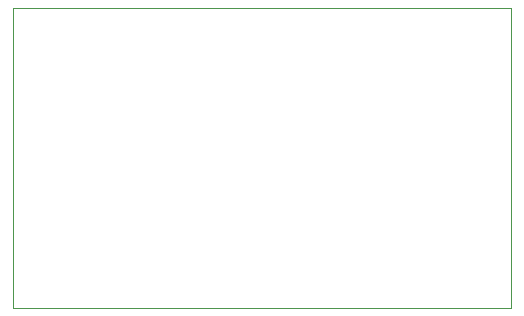
<source format=gbr>
%TF.GenerationSoftware,KiCad,Pcbnew,6.0.11+dfsg-1~bpo11+1*%
%TF.CreationDate,2023-04-29T04:06:51+00:00*%
%TF.ProjectId,slcam,736c6361-6d2e-46b6-9963-61645f706362,v0.2*%
%TF.SameCoordinates,Original*%
%TF.FileFunction,Profile,NP*%
%FSLAX46Y46*%
G04 Gerber Fmt 4.6, Leading zero omitted, Abs format (unit mm)*
G04 Created by KiCad (PCBNEW 6.0.11+dfsg-1~bpo11+1) date 2023-04-29 04:06:51*
%MOMM*%
%LPD*%
G01*
G04 APERTURE LIST*
%TA.AperFunction,Profile*%
%ADD10C,0.100000*%
%TD*%
G04 APERTURE END LIST*
D10*
X239268000Y-75184000D02*
X197104000Y-75184000D01*
X197104000Y-49784000D01*
X239268000Y-49784000D01*
X239268000Y-75184000D01*
M02*

</source>
